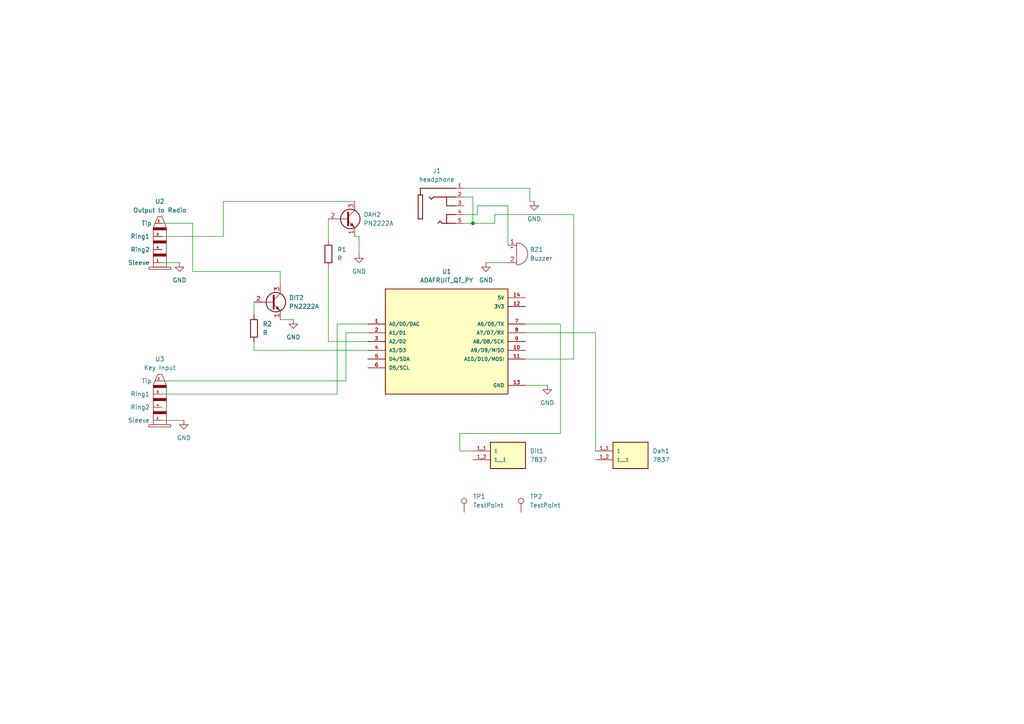
<source format=kicad_sch>
(kicad_sch
	(version 20250114)
	(generator "eeschema")
	(generator_version "9.0")
	(uuid "9e3c2459-39a6-4ad2-bb37-8335f98ba06f")
	(paper "A4")
	(lib_symbols
		(symbol "7837:7837"
			(pin_names
				(offset 1.016)
			)
			(exclude_from_sim no)
			(in_bom yes)
			(on_board yes)
			(property "Reference" "J"
				(at -5.08 3.302 0)
				(effects
					(font
						(size 1.27 1.27)
					)
					(justify left bottom)
				)
			)
			(property "Value" "7837"
				(at -5.08 -7.62 0)
				(effects
					(font
						(size 1.27 1.27)
					)
					(justify left bottom)
				)
			)
			(property "Footprint" "7837:KEYSTONE_7837"
				(at 0 0 0)
				(effects
					(font
						(size 1.27 1.27)
					)
					(justify bottom)
					(hide yes)
				)
			)
			(property "Datasheet" ""
				(at 0 0 0)
				(effects
					(font
						(size 1.27 1.27)
					)
					(hide yes)
				)
			)
			(property "Description" ""
				(at 0 0 0)
				(effects
					(font
						(size 1.27 1.27)
					)
					(hide yes)
				)
			)
			(property "PARTREV" "3.14.19"
				(at 0 0 0)
				(effects
					(font
						(size 1.27 1.27)
					)
					(justify bottom)
					(hide yes)
				)
			)
			(property "MANUFACTURER" "Keystone Electronics"
				(at 0 0 0)
				(effects
					(font
						(size 1.27 1.27)
					)
					(justify bottom)
					(hide yes)
				)
			)
			(property "MAXIMUM_PACKAGE_HEIGHT" "10.7 mm"
				(at 0 0 0)
				(effects
					(font
						(size 1.27 1.27)
					)
					(justify bottom)
					(hide yes)
				)
			)
			(property "STANDARD" "Manufacturer Recommendations"
				(at 0 0 0)
				(effects
					(font
						(size 1.27 1.27)
					)
					(justify bottom)
					(hide yes)
				)
			)
			(symbol "7837_0_0"
				(rectangle
					(start -5.08 -5.08)
					(end 5.08 2.54)
					(stroke
						(width 0.254)
						(type default)
					)
					(fill
						(type background)
					)
				)
				(pin passive line
					(at -10.16 0 0)
					(length 5.08)
					(name "1"
						(effects
							(font
								(size 1.016 1.016)
							)
						)
					)
					(number "1_1"
						(effects
							(font
								(size 1.016 1.016)
							)
						)
					)
				)
				(pin passive line
					(at -10.16 -2.54 0)
					(length 5.08)
					(name "1__1"
						(effects
							(font
								(size 1.016 1.016)
							)
						)
					)
					(number "1_2"
						(effects
							(font
								(size 1.016 1.016)
							)
						)
					)
				)
			)
			(embedded_fonts no)
		)
		(symbol "ADAFRUIT_QT_PY:ADAFRUIT_QT_PY"
			(pin_names
				(offset 1.016)
			)
			(exclude_from_sim no)
			(in_bom yes)
			(on_board yes)
			(property "Reference" "U"
				(at -17.78 16.002 0)
				(effects
					(font
						(size 1.27 1.27)
					)
					(justify left bottom)
				)
			)
			(property "Value" "ADAFRUIT_QT_PY"
				(at -17.78 -17.78 0)
				(effects
					(font
						(size 1.27 1.27)
					)
					(justify left bottom)
				)
			)
			(property "Footprint" "ADAFRUIT_QT_PY:MODULE_ADAFRUIT_QT_PY"
				(at 0 0 0)
				(effects
					(font
						(size 1.27 1.27)
					)
					(justify bottom)
					(hide yes)
				)
			)
			(property "Datasheet" ""
				(at 0 0 0)
				(effects
					(font
						(size 1.27 1.27)
					)
					(hide yes)
				)
			)
			(property "Description" ""
				(at 0 0 0)
				(effects
					(font
						(size 1.27 1.27)
					)
					(hide yes)
				)
			)
			(property "MF" "Adafruit Industries"
				(at 0 0 0)
				(effects
					(font
						(size 1.27 1.27)
					)
					(justify bottom)
					(hide yes)
				)
			)
			(property "MAXIMUM_PACKAGE_HEIGHT" "6.28 mm"
				(at 0 0 0)
				(effects
					(font
						(size 1.27 1.27)
					)
					(justify bottom)
					(hide yes)
				)
			)
			(property "Package" "None"
				(at 0 0 0)
				(effects
					(font
						(size 1.27 1.27)
					)
					(justify bottom)
					(hide yes)
				)
			)
			(property "Price" "None"
				(at 0 0 0)
				(effects
					(font
						(size 1.27 1.27)
					)
					(justify bottom)
					(hide yes)
				)
			)
			(property "Check_prices" "https://www.snapeda.com/parts/Adafruit%20QT%20Py/Adafruit+Industries/view-part/?ref=eda"
				(at 0 0 0)
				(effects
					(font
						(size 1.27 1.27)
					)
					(justify bottom)
					(hide yes)
				)
			)
			(property "STANDARD" "IPC-7351B"
				(at 0 0 0)
				(effects
					(font
						(size 1.27 1.27)
					)
					(justify bottom)
					(hide yes)
				)
			)
			(property "PARTREV" "2022-12-12"
				(at 0 0 0)
				(effects
					(font
						(size 1.27 1.27)
					)
					(justify bottom)
					(hide yes)
				)
			)
			(property "SnapEDA_Link" "https://www.snapeda.com/parts/Adafruit%20QT%20Py/Adafruit+Industries/view-part/?ref=snap"
				(at 0 0 0)
				(effects
					(font
						(size 1.27 1.27)
					)
					(justify bottom)
					(hide yes)
				)
			)
			(property "MP" "Adafruit QT Py"
				(at 0 0 0)
				(effects
					(font
						(size 1.27 1.27)
					)
					(justify bottom)
					(hide yes)
				)
			)
			(property "Description_1" "Castellated Pads - SAMD21 Dev Board with STEMMA QT"
				(at 0 0 0)
				(effects
					(font
						(size 1.27 1.27)
					)
					(justify bottom)
					(hide yes)
				)
			)
			(property "MANUFACTURER" "Adafruit Industries"
				(at 0 0 0)
				(effects
					(font
						(size 1.27 1.27)
					)
					(justify bottom)
					(hide yes)
				)
			)
			(property "Availability" "Not in stock"
				(at 0 0 0)
				(effects
					(font
						(size 1.27 1.27)
					)
					(justify bottom)
					(hide yes)
				)
			)
			(property "SNAPEDA_PN" "Adafruit QT Py"
				(at 0 0 0)
				(effects
					(font
						(size 1.27 1.27)
					)
					(justify bottom)
					(hide yes)
				)
			)
			(symbol "ADAFRUIT_QT_PY_0_0"
				(rectangle
					(start -17.78 -15.24)
					(end 17.78 15.24)
					(stroke
						(width 0.254)
						(type default)
					)
					(fill
						(type background)
					)
				)
				(pin bidirectional line
					(at -22.86 5.08 0)
					(length 5.08)
					(name "A0/D0/DAC"
						(effects
							(font
								(size 1.016 1.016)
							)
						)
					)
					(number "1"
						(effects
							(font
								(size 1.016 1.016)
							)
						)
					)
				)
				(pin bidirectional line
					(at -22.86 2.54 0)
					(length 5.08)
					(name "A1/D1"
						(effects
							(font
								(size 1.016 1.016)
							)
						)
					)
					(number "2"
						(effects
							(font
								(size 1.016 1.016)
							)
						)
					)
				)
				(pin bidirectional line
					(at -22.86 0 0)
					(length 5.08)
					(name "A2/D2"
						(effects
							(font
								(size 1.016 1.016)
							)
						)
					)
					(number "3"
						(effects
							(font
								(size 1.016 1.016)
							)
						)
					)
				)
				(pin bidirectional line
					(at -22.86 -2.54 0)
					(length 5.08)
					(name "A3/D3"
						(effects
							(font
								(size 1.016 1.016)
							)
						)
					)
					(number "4"
						(effects
							(font
								(size 1.016 1.016)
							)
						)
					)
				)
				(pin bidirectional line
					(at -22.86 -5.08 0)
					(length 5.08)
					(name "D4/SDA"
						(effects
							(font
								(size 1.016 1.016)
							)
						)
					)
					(number "5"
						(effects
							(font
								(size 1.016 1.016)
							)
						)
					)
				)
				(pin bidirectional line
					(at -22.86 -7.62 0)
					(length 5.08)
					(name "D5/SCL"
						(effects
							(font
								(size 1.016 1.016)
							)
						)
					)
					(number "6"
						(effects
							(font
								(size 1.016 1.016)
							)
						)
					)
				)
				(pin power_in line
					(at 22.86 12.7 180)
					(length 5.08)
					(name "5V"
						(effects
							(font
								(size 1.016 1.016)
							)
						)
					)
					(number "14"
						(effects
							(font
								(size 1.016 1.016)
							)
						)
					)
				)
				(pin power_in line
					(at 22.86 10.16 180)
					(length 5.08)
					(name "3V3"
						(effects
							(font
								(size 1.016 1.016)
							)
						)
					)
					(number "12"
						(effects
							(font
								(size 1.016 1.016)
							)
						)
					)
				)
				(pin bidirectional line
					(at 22.86 5.08 180)
					(length 5.08)
					(name "A6/D6/TX"
						(effects
							(font
								(size 1.016 1.016)
							)
						)
					)
					(number "7"
						(effects
							(font
								(size 1.016 1.016)
							)
						)
					)
				)
				(pin bidirectional line
					(at 22.86 2.54 180)
					(length 5.08)
					(name "A7/D7/RX"
						(effects
							(font
								(size 1.016 1.016)
							)
						)
					)
					(number "8"
						(effects
							(font
								(size 1.016 1.016)
							)
						)
					)
				)
				(pin bidirectional line
					(at 22.86 0 180)
					(length 5.08)
					(name "A8/D8/SCK"
						(effects
							(font
								(size 1.016 1.016)
							)
						)
					)
					(number "9"
						(effects
							(font
								(size 1.016 1.016)
							)
						)
					)
				)
				(pin bidirectional line
					(at 22.86 -2.54 180)
					(length 5.08)
					(name "A9/D9/MISO"
						(effects
							(font
								(size 1.016 1.016)
							)
						)
					)
					(number "10"
						(effects
							(font
								(size 1.016 1.016)
							)
						)
					)
				)
				(pin bidirectional line
					(at 22.86 -5.08 180)
					(length 5.08)
					(name "A10/D10/MOSI"
						(effects
							(font
								(size 1.016 1.016)
							)
						)
					)
					(number "11"
						(effects
							(font
								(size 1.016 1.016)
							)
						)
					)
				)
				(pin power_in line
					(at 22.86 -12.7 180)
					(length 5.08)
					(name "GND"
						(effects
							(font
								(size 1.016 1.016)
							)
						)
					)
					(number "13"
						(effects
							(font
								(size 1.016 1.016)
							)
						)
					)
				)
			)
			(embedded_fonts no)
		)
		(symbol "Connector:TestPoint"
			(pin_numbers
				(hide yes)
			)
			(pin_names
				(offset 0.762)
				(hide yes)
			)
			(exclude_from_sim no)
			(in_bom yes)
			(on_board yes)
			(property "Reference" "TP"
				(at 0 6.858 0)
				(effects
					(font
						(size 1.27 1.27)
					)
				)
			)
			(property "Value" "TestPoint"
				(at 0 5.08 0)
				(effects
					(font
						(size 1.27 1.27)
					)
				)
			)
			(property "Footprint" ""
				(at 5.08 0 0)
				(effects
					(font
						(size 1.27 1.27)
					)
					(hide yes)
				)
			)
			(property "Datasheet" "~"
				(at 5.08 0 0)
				(effects
					(font
						(size 1.27 1.27)
					)
					(hide yes)
				)
			)
			(property "Description" "test point"
				(at 0 0 0)
				(effects
					(font
						(size 1.27 1.27)
					)
					(hide yes)
				)
			)
			(property "ki_keywords" "test point tp"
				(at 0 0 0)
				(effects
					(font
						(size 1.27 1.27)
					)
					(hide yes)
				)
			)
			(property "ki_fp_filters" "Pin* Test*"
				(at 0 0 0)
				(effects
					(font
						(size 1.27 1.27)
					)
					(hide yes)
				)
			)
			(symbol "TestPoint_0_1"
				(circle
					(center 0 3.302)
					(radius 0.762)
					(stroke
						(width 0)
						(type default)
					)
					(fill
						(type none)
					)
				)
			)
			(symbol "TestPoint_1_1"
				(pin passive line
					(at 0 0 90)
					(length 2.54)
					(name "1"
						(effects
							(font
								(size 1.27 1.27)
							)
						)
					)
					(number "1"
						(effects
							(font
								(size 1.27 1.27)
							)
						)
					)
				)
			)
			(embedded_fonts no)
		)
		(symbol "Device:Buzzer"
			(pin_names
				(offset 0.0254)
				(hide yes)
			)
			(exclude_from_sim no)
			(in_bom yes)
			(on_board yes)
			(property "Reference" "BZ"
				(at 3.81 1.27 0)
				(effects
					(font
						(size 1.27 1.27)
					)
					(justify left)
				)
			)
			(property "Value" "Buzzer"
				(at 3.81 -1.27 0)
				(effects
					(font
						(size 1.27 1.27)
					)
					(justify left)
				)
			)
			(property "Footprint" ""
				(at -0.635 2.54 90)
				(effects
					(font
						(size 1.27 1.27)
					)
					(hide yes)
				)
			)
			(property "Datasheet" "~"
				(at -0.635 2.54 90)
				(effects
					(font
						(size 1.27 1.27)
					)
					(hide yes)
				)
			)
			(property "Description" "Buzzer, polarized"
				(at 0 0 0)
				(effects
					(font
						(size 1.27 1.27)
					)
					(hide yes)
				)
			)
			(property "ki_keywords" "quartz resonator ceramic"
				(at 0 0 0)
				(effects
					(font
						(size 1.27 1.27)
					)
					(hide yes)
				)
			)
			(property "ki_fp_filters" "*Buzzer*"
				(at 0 0 0)
				(effects
					(font
						(size 1.27 1.27)
					)
					(hide yes)
				)
			)
			(symbol "Buzzer_0_1"
				(polyline
					(pts
						(xy -1.651 1.905) (xy -1.143 1.905)
					)
					(stroke
						(width 0)
						(type default)
					)
					(fill
						(type none)
					)
				)
				(polyline
					(pts
						(xy -1.397 2.159) (xy -1.397 1.651)
					)
					(stroke
						(width 0)
						(type default)
					)
					(fill
						(type none)
					)
				)
				(arc
					(start 0 3.175)
					(mid 3.1612 0)
					(end 0 -3.175)
					(stroke
						(width 0)
						(type default)
					)
					(fill
						(type none)
					)
				)
				(polyline
					(pts
						(xy 0 3.175) (xy 0 -3.175)
					)
					(stroke
						(width 0)
						(type default)
					)
					(fill
						(type none)
					)
				)
			)
			(symbol "Buzzer_1_1"
				(pin passive line
					(at -2.54 2.54 0)
					(length 2.54)
					(name "+"
						(effects
							(font
								(size 1.27 1.27)
							)
						)
					)
					(number "1"
						(effects
							(font
								(size 1.27 1.27)
							)
						)
					)
				)
				(pin passive line
					(at -2.54 -2.54 0)
					(length 2.54)
					(name "-"
						(effects
							(font
								(size 1.27 1.27)
							)
						)
					)
					(number "2"
						(effects
							(font
								(size 1.27 1.27)
							)
						)
					)
				)
			)
			(embedded_fonts no)
		)
		(symbol "Device:R"
			(pin_numbers
				(hide yes)
			)
			(pin_names
				(offset 0)
			)
			(exclude_from_sim no)
			(in_bom yes)
			(on_board yes)
			(property "Reference" "R"
				(at 2.032 0 90)
				(effects
					(font
						(size 1.27 1.27)
					)
				)
			)
			(property "Value" "R"
				(at 0 0 90)
				(effects
					(font
						(size 1.27 1.27)
					)
				)
			)
			(property "Footprint" ""
				(at -1.778 0 90)
				(effects
					(font
						(size 1.27 1.27)
					)
					(hide yes)
				)
			)
			(property "Datasheet" "~"
				(at 0 0 0)
				(effects
					(font
						(size 1.27 1.27)
					)
					(hide yes)
				)
			)
			(property "Description" "Resistor"
				(at 0 0 0)
				(effects
					(font
						(size 1.27 1.27)
					)
					(hide yes)
				)
			)
			(property "ki_keywords" "R res resistor"
				(at 0 0 0)
				(effects
					(font
						(size 1.27 1.27)
					)
					(hide yes)
				)
			)
			(property "ki_fp_filters" "R_*"
				(at 0 0 0)
				(effects
					(font
						(size 1.27 1.27)
					)
					(hide yes)
				)
			)
			(symbol "R_0_1"
				(rectangle
					(start -1.016 -2.54)
					(end 1.016 2.54)
					(stroke
						(width 0.254)
						(type default)
					)
					(fill
						(type none)
					)
				)
			)
			(symbol "R_1_1"
				(pin passive line
					(at 0 3.81 270)
					(length 1.27)
					(name "~"
						(effects
							(font
								(size 1.27 1.27)
							)
						)
					)
					(number "1"
						(effects
							(font
								(size 1.27 1.27)
							)
						)
					)
				)
				(pin passive line
					(at 0 -3.81 90)
					(length 1.27)
					(name "~"
						(effects
							(font
								(size 1.27 1.27)
							)
						)
					)
					(number "2"
						(effects
							(font
								(size 1.27 1.27)
							)
						)
					)
				)
			)
			(embedded_fonts no)
		)
		(symbol "PJ-320A_Library:PJ-320A"
			(pin_names
				(offset 1.016)
			)
			(exclude_from_sim no)
			(in_bom yes)
			(on_board yes)
			(property "Reference" "U"
				(at 0 -1.905 0)
				(effects
					(font
						(size 1.27 1.27)
					)
				)
			)
			(property "Value" "PJ-320A"
				(at 0 0 0)
				(effects
					(font
						(size 1.27 1.27)
					)
				)
			)
			(property "Footprint" ""
				(at 0 0 0)
				(effects
					(font
						(size 1.27 1.27)
					)
					(hide yes)
				)
			)
			(property "Datasheet" ""
				(at 0 0 0)
				(effects
					(font
						(size 1.27 1.27)
					)
					(hide yes)
				)
			)
			(property "Description" ""
				(at 0 0 0)
				(effects
					(font
						(size 1.27 1.27)
					)
					(hide yes)
				)
			)
			(symbol "PJ-320A_0_1"
				(rectangle
					(start -3.175 1.27)
					(end 3.175 1.905)
					(stroke
						(width 0)
						(type solid)
					)
					(fill
						(type none)
					)
				)
				(polyline
					(pts
						(xy -1.905 13.335) (xy -0.635 16.51) (xy 0.635 16.51) (xy 1.905 13.335) (xy -1.905 13.335)
					)
					(stroke
						(width 0)
						(type solid)
					)
					(fill
						(type none)
					)
				)
				(rectangle
					(start -1.905 12.7)
					(end 1.905 13.335)
					(stroke
						(width 0)
						(type solid)
					)
					(fill
						(type outline)
					)
				)
				(rectangle
					(start -1.905 9.525)
					(end 1.905 12.7)
					(stroke
						(width 0)
						(type solid)
					)
					(fill
						(type none)
					)
				)
				(rectangle
					(start -1.905 8.89)
					(end 1.905 9.525)
					(stroke
						(width 0)
						(type solid)
					)
					(fill
						(type outline)
					)
				)
				(rectangle
					(start -1.905 5.715)
					(end 1.905 8.89)
					(stroke
						(width 0)
						(type solid)
					)
					(fill
						(type none)
					)
				)
				(rectangle
					(start -1.905 5.08)
					(end 1.905 5.715)
					(stroke
						(width 0)
						(type solid)
					)
					(fill
						(type outline)
					)
				)
				(rectangle
					(start -1.905 1.905)
					(end 1.905 5.08)
					(stroke
						(width 0)
						(type solid)
					)
					(fill
						(type none)
					)
				)
			)
			(symbol "PJ-320A_1_1"
				(pin bidirectional line
					(at 0.635 14.605 180)
					(length 2.0066)
					(name "Tip"
						(effects
							(font
								(size 1.27 1.27)
							)
						)
					)
					(number "2"
						(effects
							(font
								(size 0.6096 0.6096)
							)
						)
					)
				)
				(pin bidirectional line
					(at 0.635 10.795 180)
					(length 2.54)
					(name "Ring1"
						(effects
							(font
								(size 1.27 1.27)
							)
						)
					)
					(number "3"
						(effects
							(font
								(size 0.6096 0.6096)
							)
						)
					)
				)
				(pin bidirectional line
					(at 0.635 6.985 180)
					(length 2.54)
					(name "Ring2"
						(effects
							(font
								(size 1.27 1.27)
							)
						)
					)
					(number "4"
						(effects
							(font
								(size 0.6096 0.6096)
							)
						)
					)
				)
				(pin bidirectional line
					(at 0.635 3.175 180)
					(length 2.54)
					(name "Sleeve"
						(effects
							(font
								(size 1.27 1.27)
							)
						)
					)
					(number "1"
						(effects
							(font
								(size 0.6096 0.6096)
							)
						)
					)
				)
			)
			(embedded_fonts no)
		)
		(symbol "PJ324M:PJ324M"
			(pin_names
				(offset 1.016)
			)
			(exclude_from_sim no)
			(in_bom yes)
			(on_board yes)
			(property "Reference" "J"
				(at -5.08 7.62 0)
				(effects
					(font
						(size 1.27 1.27)
					)
					(justify left bottom)
				)
			)
			(property "Value" "PJ324M"
				(at -5.08 -10.16 0)
				(effects
					(font
						(size 1.27 1.27)
					)
					(justify left bottom)
				)
			)
			(property "Footprint" "PJ324M:WENZHOU_PJ324M"
				(at 0 0 0)
				(effects
					(font
						(size 1.27 1.27)
					)
					(justify bottom)
					(hide yes)
				)
			)
			(property "Datasheet" ""
				(at 0 0 0)
				(effects
					(font
						(size 1.27 1.27)
					)
					(hide yes)
				)
			)
			(property "Description" ""
				(at 0 0 0)
				(effects
					(font
						(size 1.27 1.27)
					)
					(hide yes)
				)
			)
			(property "MF" "Wenzhou QingPu Electronics Co.Ltd"
				(at 0 0 0)
				(effects
					(font
						(size 1.27 1.27)
					)
					(justify bottom)
					(hide yes)
				)
			)
			(property "MAXIMUM_PACKAGE_HEIGHT" "6.3mm"
				(at 0 0 0)
				(effects
					(font
						(size 1.27 1.27)
					)
					(justify bottom)
					(hide yes)
				)
			)
			(property "Package" "Package"
				(at 0 0 0)
				(effects
					(font
						(size 1.27 1.27)
					)
					(justify bottom)
					(hide yes)
				)
			)
			(property "Price" "None"
				(at 0 0 0)
				(effects
					(font
						(size 1.27 1.27)
					)
					(justify bottom)
					(hide yes)
				)
			)
			(property "Check_prices" "https://www.snapeda.com/parts/PJ324M/Wenzhou+QingPu+Electronics+Co.Ltd/view-part/?ref=eda"
				(at 0 0 0)
				(effects
					(font
						(size 1.27 1.27)
					)
					(justify bottom)
					(hide yes)
				)
			)
			(property "STANDARD" "Manufacturer Recommendations"
				(at 0 0 0)
				(effects
					(font
						(size 1.27 1.27)
					)
					(justify bottom)
					(hide yes)
				)
			)
			(property "PARTREV" "N/A"
				(at 0 0 0)
				(effects
					(font
						(size 1.27 1.27)
					)
					(justify bottom)
					(hide yes)
				)
			)
			(property "SnapEDA_Link" "https://www.snapeda.com/parts/PJ324M/Wenzhou+QingPu+Electronics+Co.Ltd/view-part/?ref=snap"
				(at 0 0 0)
				(effects
					(font
						(size 1.27 1.27)
					)
					(justify bottom)
					(hide yes)
				)
			)
			(property "MP" "PJ324M"
				(at 0 0 0)
				(effects
					(font
						(size 1.27 1.27)
					)
					(justify bottom)
					(hide yes)
				)
			)
			(property "Description_1" "Headphone Stereo jack/Audio connector"
				(at 0 0 0)
				(effects
					(font
						(size 1.27 1.27)
					)
					(justify bottom)
					(hide yes)
				)
			)
			(property "Availability" "Not in stock"
				(at 0 0 0)
				(effects
					(font
						(size 1.27 1.27)
					)
					(justify bottom)
					(hide yes)
				)
			)
			(property "MANUFACTURER" "Wenzhou QingPu Electronics"
				(at 0 0 0)
				(effects
					(font
						(size 1.27 1.27)
					)
					(justify bottom)
					(hide yes)
				)
			)
			(symbol "PJ324M_0_0"
				(polyline
					(pts
						(xy -5.715 3.175) (xy -5.08 3.175)
					)
					(stroke
						(width 0.254)
						(type default)
					)
					(fill
						(type none)
					)
				)
				(polyline
					(pts
						(xy -5.715 -3.81) (xy -5.715 3.175)
					)
					(stroke
						(width 0.254)
						(type default)
					)
					(fill
						(type none)
					)
				)
				(polyline
					(pts
						(xy -5.08 5.08) (xy -5.08 3.175)
					)
					(stroke
						(width 0.254)
						(type default)
					)
					(fill
						(type none)
					)
				)
				(polyline
					(pts
						(xy -5.08 3.175) (xy -4.445 3.175)
					)
					(stroke
						(width 0.254)
						(type default)
					)
					(fill
						(type none)
					)
				)
				(polyline
					(pts
						(xy -4.445 3.175) (xy -4.445 -3.81)
					)
					(stroke
						(width 0.254)
						(type default)
					)
					(fill
						(type none)
					)
				)
				(polyline
					(pts
						(xy -4.445 -3.81) (xy -5.715 -3.81)
					)
					(stroke
						(width 0.254)
						(type default)
					)
					(fill
						(type none)
					)
				)
				(polyline
					(pts
						(xy -1.905 1.905) (xy -2.54 2.54)
					)
					(stroke
						(width 0.254)
						(type default)
					)
					(fill
						(type none)
					)
				)
				(polyline
					(pts
						(xy -1.27 2.54) (xy -1.905 1.905)
					)
					(stroke
						(width 0.254)
						(type default)
					)
					(fill
						(type none)
					)
				)
				(polyline
					(pts
						(xy 0.635 -4.445) (xy 0 -5.08)
					)
					(stroke
						(width 0.254)
						(type default)
					)
					(fill
						(type none)
					)
				)
				(polyline
					(pts
						(xy 1.27 -5.08) (xy 0.635 -4.445)
					)
					(stroke
						(width 0.254)
						(type default)
					)
					(fill
						(type none)
					)
				)
				(polyline
					(pts
						(xy 2.54 2.54) (xy -1.27 2.54)
					)
					(stroke
						(width 0.254)
						(type default)
					)
					(fill
						(type none)
					)
				)
				(polyline
					(pts
						(xy 2.54 0) (xy 2.54 2.54)
					)
					(stroke
						(width 0.254)
						(type default)
					)
					(fill
						(type none)
					)
				)
				(polyline
					(pts
						(xy 2.54 -2.54) (xy 2.54 -5.08)
					)
					(stroke
						(width 0.254)
						(type default)
					)
					(fill
						(type none)
					)
				)
				(polyline
					(pts
						(xy 2.54 -5.08) (xy 1.27 -5.08)
					)
					(stroke
						(width 0.254)
						(type default)
					)
					(fill
						(type none)
					)
				)
				(polyline
					(pts
						(xy 5.08 5.08) (xy -5.08 5.08)
					)
					(stroke
						(width 0.254)
						(type default)
					)
					(fill
						(type none)
					)
				)
				(polyline
					(pts
						(xy 5.08 2.54) (xy 2.54 2.54)
					)
					(stroke
						(width 0.254)
						(type default)
					)
					(fill
						(type none)
					)
				)
				(polyline
					(pts
						(xy 5.08 0) (xy 2.54 0)
					)
					(stroke
						(width 0.254)
						(type default)
					)
					(fill
						(type none)
					)
				)
				(polyline
					(pts
						(xy 5.08 -2.54) (xy 2.54 -2.54)
					)
					(stroke
						(width 0.254)
						(type default)
					)
					(fill
						(type none)
					)
				)
				(polyline
					(pts
						(xy 5.08 -5.08) (xy 2.54 -5.08)
					)
					(stroke
						(width 0.254)
						(type default)
					)
					(fill
						(type none)
					)
				)
				(pin passive line
					(at 7.62 5.08 180)
					(length 2.54)
					(name "~"
						(effects
							(font
								(size 1.016 1.016)
							)
						)
					)
					(number "1"
						(effects
							(font
								(size 1.016 1.016)
							)
						)
					)
				)
				(pin passive line
					(at 7.62 2.54 180)
					(length 2.54)
					(name "~"
						(effects
							(font
								(size 1.016 1.016)
							)
						)
					)
					(number "2"
						(effects
							(font
								(size 1.016 1.016)
							)
						)
					)
				)
				(pin passive line
					(at 7.62 0 180)
					(length 2.54)
					(name "~"
						(effects
							(font
								(size 1.016 1.016)
							)
						)
					)
					(number "3"
						(effects
							(font
								(size 1.016 1.016)
							)
						)
					)
				)
				(pin passive line
					(at 7.62 -2.54 180)
					(length 2.54)
					(name "~"
						(effects
							(font
								(size 1.016 1.016)
							)
						)
					)
					(number "4"
						(effects
							(font
								(size 1.016 1.016)
							)
						)
					)
				)
				(pin passive line
					(at 7.62 -5.08 180)
					(length 2.54)
					(name "~"
						(effects
							(font
								(size 1.016 1.016)
							)
						)
					)
					(number "5"
						(effects
							(font
								(size 1.016 1.016)
							)
						)
					)
				)
			)
			(embedded_fonts no)
		)
		(symbol "Transistor_BJT:PN2222A"
			(pin_names
				(offset 0)
				(hide yes)
			)
			(exclude_from_sim no)
			(in_bom yes)
			(on_board yes)
			(property "Reference" "Q"
				(at 5.08 1.905 0)
				(effects
					(font
						(size 1.27 1.27)
					)
					(justify left)
				)
			)
			(property "Value" "PN2222A"
				(at 5.08 0 0)
				(effects
					(font
						(size 1.27 1.27)
					)
					(justify left)
				)
			)
			(property "Footprint" "Package_TO_SOT_THT:TO-92_Inline"
				(at 5.08 -1.905 0)
				(effects
					(font
						(size 1.27 1.27)
						(italic yes)
					)
					(justify left)
					(hide yes)
				)
			)
			(property "Datasheet" "https://www.onsemi.com/pub/Collateral/PN2222-D.PDF"
				(at 0 0 0)
				(effects
					(font
						(size 1.27 1.27)
					)
					(justify left)
					(hide yes)
				)
			)
			(property "Description" "1A Ic, 40V Vce, NPN Transistor, General Purpose Transistor, TO-92"
				(at 0 0 0)
				(effects
					(font
						(size 1.27 1.27)
					)
					(hide yes)
				)
			)
			(property "ki_keywords" "NPN Transistor"
				(at 0 0 0)
				(effects
					(font
						(size 1.27 1.27)
					)
					(hide yes)
				)
			)
			(property "ki_fp_filters" "TO?92*"
				(at 0 0 0)
				(effects
					(font
						(size 1.27 1.27)
					)
					(hide yes)
				)
			)
			(symbol "PN2222A_0_1"
				(polyline
					(pts
						(xy -2.54 0) (xy 0.635 0)
					)
					(stroke
						(width 0)
						(type default)
					)
					(fill
						(type none)
					)
				)
				(polyline
					(pts
						(xy 0.635 1.905) (xy 0.635 -1.905)
					)
					(stroke
						(width 0.508)
						(type default)
					)
					(fill
						(type none)
					)
				)
				(circle
					(center 1.27 0)
					(radius 2.8194)
					(stroke
						(width 0.254)
						(type default)
					)
					(fill
						(type none)
					)
				)
			)
			(symbol "PN2222A_1_1"
				(polyline
					(pts
						(xy 0.635 0.635) (xy 2.54 2.54)
					)
					(stroke
						(width 0)
						(type default)
					)
					(fill
						(type none)
					)
				)
				(polyline
					(pts
						(xy 0.635 -0.635) (xy 2.54 -2.54)
					)
					(stroke
						(width 0)
						(type default)
					)
					(fill
						(type none)
					)
				)
				(polyline
					(pts
						(xy 1.27 -1.778) (xy 1.778 -1.27) (xy 2.286 -2.286) (xy 1.27 -1.778)
					)
					(stroke
						(width 0)
						(type default)
					)
					(fill
						(type outline)
					)
				)
				(pin input line
					(at -5.08 0 0)
					(length 2.54)
					(name "B"
						(effects
							(font
								(size 1.27 1.27)
							)
						)
					)
					(number "2"
						(effects
							(font
								(size 1.27 1.27)
							)
						)
					)
				)
				(pin passive line
					(at 2.54 5.08 270)
					(length 2.54)
					(name "C"
						(effects
							(font
								(size 1.27 1.27)
							)
						)
					)
					(number "3"
						(effects
							(font
								(size 1.27 1.27)
							)
						)
					)
				)
				(pin passive line
					(at 2.54 -5.08 90)
					(length 2.54)
					(name "E"
						(effects
							(font
								(size 1.27 1.27)
							)
						)
					)
					(number "1"
						(effects
							(font
								(size 1.27 1.27)
							)
						)
					)
				)
			)
			(embedded_fonts no)
		)
		(symbol "power:GND"
			(power)
			(pin_numbers
				(hide yes)
			)
			(pin_names
				(offset 0)
				(hide yes)
			)
			(exclude_from_sim no)
			(in_bom yes)
			(on_board yes)
			(property "Reference" "#PWR"
				(at 0 -6.35 0)
				(effects
					(font
						(size 1.27 1.27)
					)
					(hide yes)
				)
			)
			(property "Value" "GND"
				(at 0 -3.81 0)
				(effects
					(font
						(size 1.27 1.27)
					)
				)
			)
			(property "Footprint" ""
				(at 0 0 0)
				(effects
					(font
						(size 1.27 1.27)
					)
					(hide yes)
				)
			)
			(property "Datasheet" ""
				(at 0 0 0)
				(effects
					(font
						(size 1.27 1.27)
					)
					(hide yes)
				)
			)
			(property "Description" "Power symbol creates a global label with name \"GND\" , ground"
				(at 0 0 0)
				(effects
					(font
						(size 1.27 1.27)
					)
					(hide yes)
				)
			)
			(property "ki_keywords" "global power"
				(at 0 0 0)
				(effects
					(font
						(size 1.27 1.27)
					)
					(hide yes)
				)
			)
			(symbol "GND_0_1"
				(polyline
					(pts
						(xy 0 0) (xy 0 -1.27) (xy 1.27 -1.27) (xy 0 -2.54) (xy -1.27 -1.27) (xy 0 -1.27)
					)
					(stroke
						(width 0)
						(type default)
					)
					(fill
						(type none)
					)
				)
			)
			(symbol "GND_1_1"
				(pin power_in line
					(at 0 0 270)
					(length 0)
					(name "~"
						(effects
							(font
								(size 1.27 1.27)
							)
						)
					)
					(number "1"
						(effects
							(font
								(size 1.27 1.27)
							)
						)
					)
				)
			)
			(embedded_fonts no)
		)
	)
	(junction
		(at 137.16 64.77)
		(diameter 0)
		(color 0 0 0 0)
		(uuid "9504fc21-25d6-436f-89fa-176a7ace8d08")
	)
	(wire
		(pts
			(xy 73.66 99.06) (xy 73.66 101.6)
		)
		(stroke
			(width 0)
			(type default)
		)
		(uuid "03887454-0196-4064-8ce1-200caed2aca8")
	)
	(wire
		(pts
			(xy 143.51 64.77) (xy 137.16 64.77)
		)
		(stroke
			(width 0)
			(type default)
		)
		(uuid "064b4bc2-6110-4350-8fae-50d14b093e5c")
	)
	(wire
		(pts
			(xy 73.66 87.63) (xy 73.66 91.44)
		)
		(stroke
			(width 0)
			(type default)
		)
		(uuid "08828383-9711-4ff7-8602-778c95f08b63")
	)
	(wire
		(pts
			(xy 162.56 93.98) (xy 162.56 125.73)
		)
		(stroke
			(width 0)
			(type default)
		)
		(uuid "091b8760-1a93-42af-8c03-d8e835951483")
	)
	(wire
		(pts
			(xy 46.99 76.2) (xy 52.07 76.2)
		)
		(stroke
			(width 0)
			(type default)
		)
		(uuid "09a0563e-ee56-4cfb-a3e3-0dea13b2dd4b")
	)
	(wire
		(pts
			(xy 46.99 114.3) (xy 97.79 114.3)
		)
		(stroke
			(width 0)
			(type default)
		)
		(uuid "0c37b2b0-c344-413b-a069-851dac399420")
	)
	(wire
		(pts
			(xy 100.33 96.52) (xy 100.33 110.49)
		)
		(stroke
			(width 0)
			(type default)
		)
		(uuid "17f16c01-b0d9-4746-bdce-501aae7d07dd")
	)
	(wire
		(pts
			(xy 55.88 78.74) (xy 81.28 78.74)
		)
		(stroke
			(width 0)
			(type default)
		)
		(uuid "18109a70-0b22-4de7-9ebd-2ea4e983fa57")
	)
	(wire
		(pts
			(xy 46.99 64.77) (xy 55.88 64.77)
		)
		(stroke
			(width 0)
			(type default)
		)
		(uuid "2561f10d-0d4b-48cb-b3ac-6738ccdcadd6")
	)
	(wire
		(pts
			(xy 138.43 59.69) (xy 138.43 62.23)
		)
		(stroke
			(width 0)
			(type default)
		)
		(uuid "4f182a5d-8823-49a2-a974-d46aac5bbfa1")
	)
	(wire
		(pts
			(xy 152.4 111.76) (xy 158.75 111.76)
		)
		(stroke
			(width 0)
			(type default)
		)
		(uuid "57e9293f-fa42-49c6-a0fa-6d84afe8a54d")
	)
	(wire
		(pts
			(xy 134.62 57.15) (xy 137.16 57.15)
		)
		(stroke
			(width 0)
			(type default)
		)
		(uuid "5da9a5ad-e99a-4587-aacb-1584e9549bc8")
	)
	(wire
		(pts
			(xy 133.35 125.73) (xy 133.35 130.81)
		)
		(stroke
			(width 0)
			(type default)
		)
		(uuid "6012be12-2a87-496d-87df-b72e6271a236")
	)
	(wire
		(pts
			(xy 81.28 92.71) (xy 85.09 92.71)
		)
		(stroke
			(width 0)
			(type default)
		)
		(uuid "6308124d-90f5-499f-83cb-9927077b2df6")
	)
	(wire
		(pts
			(xy 104.14 73.66) (xy 104.14 68.58)
		)
		(stroke
			(width 0)
			(type default)
		)
		(uuid "644531f4-784b-44bc-bf59-96873523303a")
	)
	(wire
		(pts
			(xy 152.4 104.14) (xy 166.37 104.14)
		)
		(stroke
			(width 0)
			(type default)
		)
		(uuid "66f83d68-7113-4277-89ae-3bd14d9431bd")
	)
	(wire
		(pts
			(xy 140.97 76.2) (xy 147.32 76.2)
		)
		(stroke
			(width 0)
			(type default)
		)
		(uuid "67cf3089-5904-4802-adac-990fe5e9e374")
	)
	(wire
		(pts
			(xy 172.72 96.52) (xy 172.72 130.81)
		)
		(stroke
			(width 0)
			(type default)
		)
		(uuid "6d0f33cc-9cbc-43c2-a6a1-66ad4a310175")
	)
	(wire
		(pts
			(xy 137.16 57.15) (xy 137.16 64.77)
		)
		(stroke
			(width 0)
			(type default)
		)
		(uuid "6e11f34d-f495-43cc-916c-21d6aee0b020")
	)
	(wire
		(pts
			(xy 64.77 68.58) (xy 46.99 68.58)
		)
		(stroke
			(width 0)
			(type default)
		)
		(uuid "730979dc-21e4-4426-852e-beac5bed8d03")
	)
	(wire
		(pts
			(xy 55.88 64.77) (xy 55.88 78.74)
		)
		(stroke
			(width 0)
			(type default)
		)
		(uuid "7aa1d275-1642-4041-a1ff-33ffad97f7c7")
	)
	(wire
		(pts
			(xy 152.4 93.98) (xy 162.56 93.98)
		)
		(stroke
			(width 0)
			(type default)
		)
		(uuid "7b2d8342-b081-4faf-bd8e-a6ad19ae8ff4")
	)
	(wire
		(pts
			(xy 95.25 63.5) (xy 95.25 69.85)
		)
		(stroke
			(width 0)
			(type default)
		)
		(uuid "7ff48992-0aef-4d4e-ada9-72361186f502")
	)
	(wire
		(pts
			(xy 46.99 110.49) (xy 100.33 110.49)
		)
		(stroke
			(width 0)
			(type default)
		)
		(uuid "824e0db3-7938-476e-9493-8f60abc848ed")
	)
	(wire
		(pts
			(xy 106.68 99.06) (xy 95.25 99.06)
		)
		(stroke
			(width 0)
			(type default)
		)
		(uuid "82d0bf78-970e-45c1-9245-c4b19f774db0")
	)
	(wire
		(pts
			(xy 138.43 62.23) (xy 134.62 62.23)
		)
		(stroke
			(width 0)
			(type default)
		)
		(uuid "831990ac-14f1-4b4e-aae4-40765121ace7")
	)
	(wire
		(pts
			(xy 106.68 96.52) (xy 100.33 96.52)
		)
		(stroke
			(width 0)
			(type default)
		)
		(uuid "867100fe-87ad-4702-9791-d4876742bb6e")
	)
	(wire
		(pts
			(xy 46.99 121.92) (xy 53.34 121.92)
		)
		(stroke
			(width 0)
			(type default)
		)
		(uuid "90622e7d-9fd4-49f2-acc7-8ef909b994b1")
	)
	(wire
		(pts
			(xy 64.77 58.42) (xy 64.77 68.58)
		)
		(stroke
			(width 0)
			(type default)
		)
		(uuid "9374c919-cfbc-408d-a2b0-b52c83b0ead3")
	)
	(wire
		(pts
			(xy 153.67 58.42) (xy 153.67 54.61)
		)
		(stroke
			(width 0)
			(type default)
		)
		(uuid "97cf63c3-07aa-40ac-b430-97669b26e8db")
	)
	(wire
		(pts
			(xy 81.28 78.74) (xy 81.28 82.55)
		)
		(stroke
			(width 0)
			(type default)
		)
		(uuid "a0719b2a-38ee-474f-ad98-cce2b2ec6742")
	)
	(wire
		(pts
			(xy 134.62 54.61) (xy 153.67 54.61)
		)
		(stroke
			(width 0)
			(type default)
		)
		(uuid "a6acf55d-76f6-40e8-8c07-44909508864d")
	)
	(wire
		(pts
			(xy 147.32 71.12) (xy 147.32 59.69)
		)
		(stroke
			(width 0)
			(type default)
		)
		(uuid "b5430f01-a658-48ff-9348-4967669d5f08")
	)
	(wire
		(pts
			(xy 152.4 96.52) (xy 172.72 96.52)
		)
		(stroke
			(width 0)
			(type default)
		)
		(uuid "b73c0dbc-688e-44db-be25-6eb88bcc62fe")
	)
	(wire
		(pts
			(xy 153.67 58.42) (xy 154.94 58.42)
		)
		(stroke
			(width 0)
			(type default)
		)
		(uuid "bd478279-4aa2-4dad-9e20-374735a481f5")
	)
	(wire
		(pts
			(xy 73.66 101.6) (xy 106.68 101.6)
		)
		(stroke
			(width 0)
			(type default)
		)
		(uuid "c22d9528-a0d2-432c-ae3e-f8bf8c40485c")
	)
	(wire
		(pts
			(xy 64.77 58.42) (xy 102.87 58.42)
		)
		(stroke
			(width 0)
			(type default)
		)
		(uuid "c83e8865-99b2-4971-8143-7069a1958345")
	)
	(wire
		(pts
			(xy 162.56 125.73) (xy 133.35 125.73)
		)
		(stroke
			(width 0)
			(type default)
		)
		(uuid "d43d950c-4cfb-4871-8824-7f12a0c40fa2")
	)
	(wire
		(pts
			(xy 166.37 62.23) (xy 143.51 62.23)
		)
		(stroke
			(width 0)
			(type default)
		)
		(uuid "dc6d06d1-c15d-4752-bf97-72a1880f188f")
	)
	(wire
		(pts
			(xy 104.14 68.58) (xy 102.87 68.58)
		)
		(stroke
			(width 0)
			(type default)
		)
		(uuid "de3c8b34-3bc1-400c-8014-5d07d577fdaf")
	)
	(wire
		(pts
			(xy 106.68 93.98) (xy 97.79 93.98)
		)
		(stroke
			(width 0)
			(type default)
		)
		(uuid "df2777b9-7c72-47dc-a48b-2dd38d1e5ab8")
	)
	(wire
		(pts
			(xy 133.35 130.81) (xy 137.16 130.81)
		)
		(stroke
			(width 0)
			(type default)
		)
		(uuid "e4c0ca51-8669-4e8d-869f-7dfd8a9b946e")
	)
	(wire
		(pts
			(xy 95.25 77.47) (xy 95.25 99.06)
		)
		(stroke
			(width 0)
			(type default)
		)
		(uuid "e7c80c7a-0ef9-4733-8c94-7747001dc819")
	)
	(wire
		(pts
			(xy 97.79 93.98) (xy 97.79 114.3)
		)
		(stroke
			(width 0)
			(type default)
		)
		(uuid "ea94a048-1a74-4b86-9585-fe69880fbfc2")
	)
	(wire
		(pts
			(xy 137.16 64.77) (xy 134.62 64.77)
		)
		(stroke
			(width 0)
			(type default)
		)
		(uuid "ebba7a20-9cd7-4904-9fb2-543275fb32ec")
	)
	(wire
		(pts
			(xy 143.51 62.23) (xy 143.51 64.77)
		)
		(stroke
			(width 0)
			(type default)
		)
		(uuid "ec87e371-c6ff-47fd-a1ee-6452195cb25c")
	)
	(wire
		(pts
			(xy 166.37 104.14) (xy 166.37 62.23)
		)
		(stroke
			(width 0)
			(type default)
		)
		(uuid "ee879a94-86a9-4323-a394-f96a20d6177d")
	)
	(wire
		(pts
			(xy 147.32 59.69) (xy 138.43 59.69)
		)
		(stroke
			(width 0)
			(type default)
		)
		(uuid "eea48a81-910f-4e75-8c5c-cbfcd0dcbeff")
	)
	(symbol
		(lib_id "power:GND")
		(at 104.14 73.66 0)
		(unit 1)
		(exclude_from_sim no)
		(in_bom yes)
		(on_board yes)
		(dnp no)
		(fields_autoplaced yes)
		(uuid "177251fb-68c8-4cbe-9600-668b207a28ae")
		(property "Reference" "#PWR05"
			(at 104.14 80.01 0)
			(effects
				(font
					(size 1.27 1.27)
				)
				(hide yes)
			)
		)
		(property "Value" "GND"
			(at 104.14 78.74 0)
			(effects
				(font
					(size 1.27 1.27)
				)
			)
		)
		(property "Footprint" ""
			(at 104.14 73.66 0)
			(effects
				(font
					(size 1.27 1.27)
				)
				(hide yes)
			)
		)
		(property "Datasheet" ""
			(at 104.14 73.66 0)
			(effects
				(font
					(size 1.27 1.27)
				)
				(hide yes)
			)
		)
		(property "Description" "Power symbol creates a global label with name \"GND\" , ground"
			(at 104.14 73.66 0)
			(effects
				(font
					(size 1.27 1.27)
				)
				(hide yes)
			)
		)
		(pin "1"
			(uuid "c67c30bf-bd6b-4dd2-89fd-d012c8dbcadf")
		)
		(instances
			(project ""
				(path "/9e3c2459-39a6-4ad2-bb37-8335f98ba06f"
					(reference "#PWR05")
					(unit 1)
				)
			)
		)
	)
	(symbol
		(lib_id "power:GND")
		(at 53.34 121.92 0)
		(unit 1)
		(exclude_from_sim no)
		(in_bom yes)
		(on_board yes)
		(dnp no)
		(fields_autoplaced yes)
		(uuid "25bd6b24-0bac-41fc-9253-39565128eb2f")
		(property "Reference" "#PWR07"
			(at 53.34 128.27 0)
			(effects
				(font
					(size 1.27 1.27)
				)
				(hide yes)
			)
		)
		(property "Value" "GND"
			(at 53.34 127 0)
			(effects
				(font
					(size 1.27 1.27)
				)
			)
		)
		(property "Footprint" ""
			(at 53.34 121.92 0)
			(effects
				(font
					(size 1.27 1.27)
				)
				(hide yes)
			)
		)
		(property "Datasheet" ""
			(at 53.34 121.92 0)
			(effects
				(font
					(size 1.27 1.27)
				)
				(hide yes)
			)
		)
		(property "Description" "Power symbol creates a global label with name \"GND\" , ground"
			(at 53.34 121.92 0)
			(effects
				(font
					(size 1.27 1.27)
				)
				(hide yes)
			)
		)
		(pin "1"
			(uuid "ebe0f00a-7cd8-4dd8-9c83-19b95b827531")
		)
		(instances
			(project ""
				(path "/9e3c2459-39a6-4ad2-bb37-8335f98ba06f"
					(reference "#PWR07")
					(unit 1)
				)
			)
		)
	)
	(symbol
		(lib_id "ADAFRUIT_QT_PY:ADAFRUIT_QT_PY")
		(at 129.54 99.06 0)
		(unit 1)
		(exclude_from_sim no)
		(in_bom yes)
		(on_board yes)
		(dnp no)
		(fields_autoplaced yes)
		(uuid "2714c45b-2157-4b96-8e95-0d6695023fae")
		(property "Reference" "U1"
			(at 129.54 78.74 0)
			(effects
				(font
					(size 1.27 1.27)
				)
			)
		)
		(property "Value" "ADAFRUIT_QT_PY"
			(at 129.54 81.28 0)
			(effects
				(font
					(size 1.27 1.27)
				)
			)
		)
		(property "Footprint" "Module:MODULE_ADAFRUIT_QT_PY"
			(at 129.54 99.06 0)
			(effects
				(font
					(size 1.27 1.27)
				)
				(justify bottom)
				(hide yes)
			)
		)
		(property "Datasheet" ""
			(at 129.54 99.06 0)
			(effects
				(font
					(size 1.27 1.27)
				)
				(hide yes)
			)
		)
		(property "Description" ""
			(at 129.54 99.06 0)
			(effects
				(font
					(size 1.27 1.27)
				)
				(hide yes)
			)
		)
		(property "MF" "Adafruit Industries"
			(at 129.54 99.06 0)
			(effects
				(font
					(size 1.27 1.27)
				)
				(justify bottom)
				(hide yes)
			)
		)
		(property "MAXIMUM_PACKAGE_HEIGHT" "6.28 mm"
			(at 129.54 99.06 0)
			(effects
				(font
					(size 1.27 1.27)
				)
				(justify bottom)
				(hide yes)
			)
		)
		(property "Package" "None"
			(at 129.54 99.06 0)
			(effects
				(font
					(size 1.27 1.27)
				)
				(justify bottom)
				(hide yes)
			)
		)
		(property "Price" "None"
			(at 129.54 99.06 0)
			(effects
				(font
					(size 1.27 1.27)
				)
				(justify bottom)
				(hide yes)
			)
		)
		(property "Check_prices" "https://www.snapeda.com/parts/Adafruit%20QT%20Py/Adafruit+Industries/view-part/?ref=eda"
			(at 129.54 99.06 0)
			(effects
				(font
					(size 1.27 1.27)
				)
				(justify bottom)
				(hide yes)
			)
		)
		(property "STANDARD" "IPC-7351B"
			(at 129.54 99.06 0)
			(effects
				(font
					(size 1.27 1.27)
				)
				(justify bottom)
				(hide yes)
			)
		)
		(property "PARTREV" "2022-12-12"
			(at 129.54 99.06 0)
			(effects
				(font
					(size 1.27 1.27)
				)
				(justify bottom)
				(hide yes)
			)
		)
		(property "SnapEDA_Link" "https://www.snapeda.com/parts/Adafruit%20QT%20Py/Adafruit+Industries/view-part/?ref=snap"
			(at 129.54 99.06 0)
			(effects
				(font
					(size 1.27 1.27)
				)
				(justify bottom)
				(hide yes)
			)
		)
		(property "MP" "Adafruit QT Py"
			(at 129.54 99.06 0)
			(effects
				(font
					(size 1.27 1.27)
				)
				(justify bottom)
				(hide yes)
			)
		)
		(property "Description_1" "Castellated Pads - SAMD21 Dev Board with STEMMA QT"
			(at 129.54 99.06 0)
			(effects
				(font
					(size 1.27 1.27)
				)
				(justify bottom)
				(hide yes)
			)
		)
		(property "MANUFACTURER" "Adafruit Industries"
			(at 129.54 99.06 0)
			(effects
				(font
					(size 1.27 1.27)
				)
				(justify bottom)
				(hide yes)
			)
		)
		(property "Availability" "Not in stock"
			(at 129.54 99.06 0)
			(effects
				(font
					(size 1.27 1.27)
				)
				(justify bottom)
				(hide yes)
			)
		)
		(property "SNAPEDA_PN" "Adafruit QT Py"
			(at 129.54 99.06 0)
			(effects
				(font
					(size 1.27 1.27)
				)
				(justify bottom)
				(hide yes)
			)
		)
		(pin "5"
			(uuid "f8d7d50f-5475-4acb-be34-bbb190768987")
		)
		(pin "4"
			(uuid "27e48df4-4d8d-4e0e-8b1e-0369cba84d1d")
		)
		(pin "13"
			(uuid "6e796114-19c9-4a50-a52d-0f0c1b041575")
		)
		(pin "12"
			(uuid "9f996be5-2529-4c51-870a-145c6424bae1")
		)
		(pin "6"
			(uuid "6ecef5f8-813c-43ca-8190-95797b40ef8a")
		)
		(pin "8"
			(uuid "b99c872a-b228-4e9a-8df5-3a1469d92503")
		)
		(pin "2"
			(uuid "c35f85ad-5079-4ef8-95bd-a5ebb0986733")
		)
		(pin "1"
			(uuid "31c2338a-86d9-42f1-9c21-28336073d366")
		)
		(pin "3"
			(uuid "40126905-b020-48e7-ad60-2ed9aa55eb60")
		)
		(pin "7"
			(uuid "40d0ce40-2c19-4b9f-aa3f-fb7f5ca2c3e7")
		)
		(pin "9"
			(uuid "207a838c-e81b-4838-8aca-8744a3556b2e")
		)
		(pin "14"
			(uuid "e0507341-633b-479f-972c-c0147a2407f7")
		)
		(pin "10"
			(uuid "f67b7fcf-640b-433d-afc9-0b33b705a11f")
		)
		(pin "11"
			(uuid "4dc1e659-fd3e-480e-b3c4-bc8964e7ccda")
		)
		(instances
			(project ""
				(path "/9e3c2459-39a6-4ad2-bb37-8335f98ba06f"
					(reference "U1")
					(unit 1)
				)
			)
		)
	)
	(symbol
		(lib_id "Transistor_BJT:PN2222A")
		(at 100.33 63.5 0)
		(unit 1)
		(exclude_from_sim no)
		(in_bom yes)
		(on_board yes)
		(dnp no)
		(fields_autoplaced yes)
		(uuid "31d697b7-ad4a-4b9b-a168-550081a2261f")
		(property "Reference" "DAH2"
			(at 105.41 62.2299 0)
			(effects
				(font
					(size 1.27 1.27)
				)
				(justify left)
			)
		)
		(property "Value" "PN2222A"
			(at 105.41 64.7699 0)
			(effects
				(font
					(size 1.27 1.27)
				)
				(justify left)
			)
		)
		(property "Footprint" "Package_TO_SOT_THT:TO-92_Inline"
			(at 105.41 65.405 0)
			(effects
				(font
					(size 1.27 1.27)
					(italic yes)
				)
				(justify left)
				(hide yes)
			)
		)
		(property "Datasheet" "https://www.onsemi.com/pub/Collateral/PN2222-D.PDF"
			(at 100.33 63.5 0)
			(effects
				(font
					(size 1.27 1.27)
				)
				(justify left)
				(hide yes)
			)
		)
		(property "Description" "1A Ic, 40V Vce, NPN Transistor, General Purpose Transistor, TO-92"
			(at 100.33 63.5 0)
			(effects
				(font
					(size 1.27 1.27)
				)
				(hide yes)
			)
		)
		(pin "2"
			(uuid "1a8995b4-cb9f-4a7f-aac8-42f252810ae9")
		)
		(pin "1"
			(uuid "bdb6e428-2dbb-49f6-916c-9b1a3eb67ac9")
		)
		(pin "3"
			(uuid "2ce1e642-8ada-4f75-956a-c95b27efda46")
		)
		(instances
			(project ""
				(path "/9e3c2459-39a6-4ad2-bb37-8335f98ba06f"
					(reference "DAH2")
					(unit 1)
				)
			)
		)
	)
	(symbol
		(lib_id "Connector:TestPoint")
		(at 134.62 148.59 0)
		(unit 1)
		(exclude_from_sim no)
		(in_bom yes)
		(on_board yes)
		(dnp no)
		(fields_autoplaced yes)
		(uuid "3bca0308-f1f0-4444-8749-073ba4997fff")
		(property "Reference" "TP1"
			(at 137.16 144.0179 0)
			(effects
				(font
					(size 1.27 1.27)
				)
				(justify left)
			)
		)
		(property "Value" "TestPoint"
			(at 137.16 146.5579 0)
			(effects
				(font
					(size 1.27 1.27)
				)
				(justify left)
			)
		)
		(property "Footprint" "TestPoint:TestPoint_Pad_D4.0mm"
			(at 139.7 148.59 0)
			(effects
				(font
					(size 1.27 1.27)
				)
				(hide yes)
			)
		)
		(property "Datasheet" "~"
			(at 139.7 148.59 0)
			(effects
				(font
					(size 1.27 1.27)
				)
				(hide yes)
			)
		)
		(property "Description" "test point"
			(at 134.62 148.59 0)
			(effects
				(font
					(size 1.27 1.27)
				)
				(hide yes)
			)
		)
		(pin "1"
			(uuid "2bf57749-6082-4734-b1d4-9d6b965d96b6")
		)
		(instances
			(project ""
				(path "/9e3c2459-39a6-4ad2-bb37-8335f98ba06f"
					(reference "TP1")
					(unit 1)
				)
			)
		)
	)
	(symbol
		(lib_id "Transistor_BJT:PN2222A")
		(at 78.74 87.63 0)
		(unit 1)
		(exclude_from_sim no)
		(in_bom yes)
		(on_board yes)
		(dnp no)
		(fields_autoplaced yes)
		(uuid "3fa526b1-1076-4843-85b6-f45908f74100")
		(property "Reference" "DIT2"
			(at 83.82 86.3599 0)
			(effects
				(font
					(size 1.27 1.27)
				)
				(justify left)
			)
		)
		(property "Value" "PN2222A"
			(at 83.82 88.8999 0)
			(effects
				(font
					(size 1.27 1.27)
				)
				(justify left)
			)
		)
		(property "Footprint" "Package_TO_SOT_THT:TO-92_Inline"
			(at 83.82 89.535 0)
			(effects
				(font
					(size 1.27 1.27)
					(italic yes)
				)
				(justify left)
				(hide yes)
			)
		)
		(property "Datasheet" "https://www.onsemi.com/pub/Collateral/PN2222-D.PDF"
			(at 78.74 87.63 0)
			(effects
				(font
					(size 1.27 1.27)
				)
				(justify left)
				(hide yes)
			)
		)
		(property "Description" "1A Ic, 40V Vce, NPN Transistor, General Purpose Transistor, TO-92"
			(at 78.74 87.63 0)
			(effects
				(font
					(size 1.27 1.27)
				)
				(hide yes)
			)
		)
		(pin "3"
			(uuid "e3aac69a-4056-4e1d-99ed-f83ab4073027")
		)
		(pin "1"
			(uuid "11bf108e-c2df-44ee-bd81-3bbd011f04bb")
		)
		(pin "2"
			(uuid "e3188e78-74cd-4b00-af3e-720cbaea8977")
		)
		(instances
			(project ""
				(path "/9e3c2459-39a6-4ad2-bb37-8335f98ba06f"
					(reference "DIT2")
					(unit 1)
				)
			)
		)
	)
	(symbol
		(lib_id "power:GND")
		(at 158.75 111.76 0)
		(unit 1)
		(exclude_from_sim no)
		(in_bom yes)
		(on_board yes)
		(dnp no)
		(fields_autoplaced yes)
		(uuid "49b69bc6-b403-44a8-b0a6-83776caefc21")
		(property "Reference" "#PWR01"
			(at 158.75 118.11 0)
			(effects
				(font
					(size 1.27 1.27)
				)
				(hide yes)
			)
		)
		(property "Value" "GND"
			(at 158.75 116.84 0)
			(effects
				(font
					(size 1.27 1.27)
				)
			)
		)
		(property "Footprint" ""
			(at 158.75 111.76 0)
			(effects
				(font
					(size 1.27 1.27)
				)
				(hide yes)
			)
		)
		(property "Datasheet" ""
			(at 158.75 111.76 0)
			(effects
				(font
					(size 1.27 1.27)
				)
				(hide yes)
			)
		)
		(property "Description" "Power symbol creates a global label with name \"GND\" , ground"
			(at 158.75 111.76 0)
			(effects
				(font
					(size 1.27 1.27)
				)
				(hide yes)
			)
		)
		(pin "1"
			(uuid "1ee34cf0-6989-4b3e-a67a-41b5a21144da")
		)
		(instances
			(project ""
				(path "/9e3c2459-39a6-4ad2-bb37-8335f98ba06f"
					(reference "#PWR01")
					(unit 1)
				)
			)
		)
	)
	(symbol
		(lib_id "Device:R")
		(at 73.66 95.25 0)
		(unit 1)
		(exclude_from_sim no)
		(in_bom yes)
		(on_board yes)
		(dnp no)
		(fields_autoplaced yes)
		(uuid "4a3259c7-1b6d-4c26-80c8-602310aa40b0")
		(property "Reference" "R2"
			(at 76.2 93.9799 0)
			(effects
				(font
					(size 1.27 1.27)
				)
				(justify left)
			)
		)
		(property "Value" "R"
			(at 76.2 96.5199 0)
			(effects
				(font
					(size 1.27 1.27)
				)
				(justify left)
			)
		)
		(property "Footprint" "Resistor_THT:R_Axial_DIN0207_L6.3mm_D2.5mm_P7.62mm_Horizontal"
			(at 71.882 95.25 90)
			(effects
				(font
					(size 1.27 1.27)
				)
				(hide yes)
			)
		)
		(property "Datasheet" "~"
			(at 73.66 95.25 0)
			(effects
				(font
					(size 1.27 1.27)
				)
				(hide yes)
			)
		)
		(property "Description" "Resistor"
			(at 73.66 95.25 0)
			(effects
				(font
					(size 1.27 1.27)
				)
				(hide yes)
			)
		)
		(pin "1"
			(uuid "06b61404-1af4-4fa8-9033-bb17121079fa")
		)
		(pin "2"
			(uuid "f2467172-b082-4e7b-b5e7-ab20bee2918c")
		)
		(instances
			(project ""
				(path "/9e3c2459-39a6-4ad2-bb37-8335f98ba06f"
					(reference "R2")
					(unit 1)
				)
			)
		)
	)
	(symbol
		(lib_id "PJ-320A_Library:PJ-320A")
		(at 46.355 79.375 0)
		(unit 1)
		(exclude_from_sim no)
		(in_bom yes)
		(on_board yes)
		(dnp no)
		(fields_autoplaced yes)
		(uuid "5f03ebd1-fdc8-4200-b018-e5091031a3d1")
		(property "Reference" "U2"
			(at 46.355 58.42 0)
			(effects
				(font
					(size 1.27 1.27)
				)
			)
		)
		(property "Value" "Output to Radio"
			(at 46.355 60.96 0)
			(effects
				(font
					(size 1.27 1.27)
				)
			)
		)
		(property "Footprint" "Audio_Module:TRRS-PJ-320A"
			(at 46.355 79.375 0)
			(effects
				(font
					(size 1.27 1.27)
				)
				(hide yes)
			)
		)
		(property "Datasheet" ""
			(at 46.355 79.375 0)
			(effects
				(font
					(size 1.27 1.27)
				)
				(hide yes)
			)
		)
		(property "Description" ""
			(at 46.355 79.375 0)
			(effects
				(font
					(size 1.27 1.27)
				)
				(hide yes)
			)
		)
		(pin "3"
			(uuid "5129d8fb-d45d-4951-bdae-741a7f126477")
		)
		(pin "2"
			(uuid "0b7d4c34-3999-4f88-8979-7173c72a9aaa")
		)
		(pin "4"
			(uuid "f24b9727-ea41-4624-86c5-635d17de885c")
		)
		(pin "1"
			(uuid "c42e894b-4505-4d93-8110-b86192f784fa")
		)
		(instances
			(project ""
				(path "/9e3c2459-39a6-4ad2-bb37-8335f98ba06f"
					(reference "U2")
					(unit 1)
				)
			)
		)
	)
	(symbol
		(lib_id "Device:R")
		(at 95.25 73.66 0)
		(unit 1)
		(exclude_from_sim no)
		(in_bom yes)
		(on_board yes)
		(dnp no)
		(fields_autoplaced yes)
		(uuid "601fd8c3-b1c0-47eb-8ab5-9207971f99ec")
		(property "Reference" "R1"
			(at 97.79 72.3899 0)
			(effects
				(font
					(size 1.27 1.27)
				)
				(justify left)
			)
		)
		(property "Value" "R"
			(at 97.79 74.9299 0)
			(effects
				(font
					(size 1.27 1.27)
				)
				(justify left)
			)
		)
		(property "Footprint" "Resistor_THT:R_Axial_DIN0207_L6.3mm_D2.5mm_P7.62mm_Horizontal"
			(at 93.472 73.66 90)
			(effects
				(font
					(size 1.27 1.27)
				)
				(hide yes)
			)
		)
		(property "Datasheet" "~"
			(at 95.25 73.66 0)
			(effects
				(font
					(size 1.27 1.27)
				)
				(hide yes)
			)
		)
		(property "Description" "Resistor"
			(at 95.25 73.66 0)
			(effects
				(font
					(size 1.27 1.27)
				)
				(hide yes)
			)
		)
		(pin "1"
			(uuid "34f5ff4d-f37d-4e5d-a9e0-753750024b12")
		)
		(pin "2"
			(uuid "75c120e2-f1d7-4a85-9c94-493b62d3c9e3")
		)
		(instances
			(project ""
				(path "/9e3c2459-39a6-4ad2-bb37-8335f98ba06f"
					(reference "R1")
					(unit 1)
				)
			)
		)
	)
	(symbol
		(lib_id "power:GND")
		(at 154.94 58.42 0)
		(unit 1)
		(exclude_from_sim no)
		(in_bom yes)
		(on_board yes)
		(dnp no)
		(fields_autoplaced yes)
		(uuid "6121b68a-b94b-483c-bc91-496af43d6869")
		(property "Reference" "#PWR03"
			(at 154.94 64.77 0)
			(effects
				(font
					(size 1.27 1.27)
				)
				(hide yes)
			)
		)
		(property "Value" "GND"
			(at 154.94 63.5 0)
			(effects
				(font
					(size 1.27 1.27)
				)
			)
		)
		(property "Footprint" ""
			(at 154.94 58.42 0)
			(effects
				(font
					(size 1.27 1.27)
				)
				(hide yes)
			)
		)
		(property "Datasheet" ""
			(at 154.94 58.42 0)
			(effects
				(font
					(size 1.27 1.27)
				)
				(hide yes)
			)
		)
		(property "Description" "Power symbol creates a global label with name \"GND\" , ground"
			(at 154.94 58.42 0)
			(effects
				(font
					(size 1.27 1.27)
				)
				(hide yes)
			)
		)
		(pin "1"
			(uuid "0c90b434-e016-458a-ab53-628fc2d7bc25")
		)
		(instances
			(project ""
				(path "/9e3c2459-39a6-4ad2-bb37-8335f98ba06f"
					(reference "#PWR03")
					(unit 1)
				)
			)
		)
	)
	(symbol
		(lib_id "PJ324M:PJ324M")
		(at 127 59.69 0)
		(unit 1)
		(exclude_from_sim no)
		(in_bom yes)
		(on_board yes)
		(dnp no)
		(fields_autoplaced yes)
		(uuid "6bdd058b-40f2-457f-8b67-6e1176e783fd")
		(property "Reference" "J1"
			(at 126.6825 49.53 0)
			(effects
				(font
					(size 1.27 1.27)
				)
			)
		)
		(property "Value" "headphone"
			(at 126.6825 52.07 0)
			(effects
				(font
					(size 1.27 1.27)
				)
			)
		)
		(property "Footprint" "Audio_Module:WENZHOU_PJ324M"
			(at 127 59.69 0)
			(effects
				(font
					(size 1.27 1.27)
				)
				(justify bottom)
				(hide yes)
			)
		)
		(property "Datasheet" ""
			(at 127 59.69 0)
			(effects
				(font
					(size 1.27 1.27)
				)
				(hide yes)
			)
		)
		(property "Description" ""
			(at 127 59.69 0)
			(effects
				(font
					(size 1.27 1.27)
				)
				(hide yes)
			)
		)
		(property "MF" "Wenzhou QingPu Electronics Co.Ltd"
			(at 127 59.69 0)
			(effects
				(font
					(size 1.27 1.27)
				)
				(justify bottom)
				(hide yes)
			)
		)
		(property "MAXIMUM_PACKAGE_HEIGHT" "6.3mm"
			(at 127 59.69 0)
			(effects
				(font
					(size 1.27 1.27)
				)
				(justify bottom)
				(hide yes)
			)
		)
		(property "Package" "Package"
			(at 127 59.69 0)
			(effects
				(font
					(size 1.27 1.27)
				)
				(justify bottom)
				(hide yes)
			)
		)
		(property "Price" "None"
			(at 127 59.69 0)
			(effects
				(font
					(size 1.27 1.27)
				)
				(justify bottom)
				(hide yes)
			)
		)
		(property "Check_prices" "https://www.snapeda.com/parts/PJ324M/Wenzhou+QingPu+Electronics+Co.Ltd/view-part/?ref=eda"
			(at 127 59.69 0)
			(effects
				(font
					(size 1.27 1.27)
				)
				(justify bottom)
				(hide yes)
			)
		)
		(property "STANDARD" "Manufacturer Recommendations"
			(at 127 59.69 0)
			(effects
				(font
					(size 1.27 1.27)
				)
				(justify bottom)
				(hide yes)
			)
		)
		(property "PARTREV" "N/A"
			(at 127 59.69 0)
			(effects
				(font
					(size 1.27 1.27)
				)
				(justify bottom)
				(hide yes)
			)
		)
		(property "SnapEDA_Link" "https://www.snapeda.com/parts/PJ324M/Wenzhou+QingPu+Electronics+Co.Ltd/view-part/?ref=snap"
			(at 127 59.69 0)
			(effects
				(font
					(size 1.27 1.27)
				)
				(justify bottom)
				(hide yes)
			)
		)
		(property "MP" "PJ324M"
			(at 127 59.69 0)
			(effects
				(font
					(size 1.27 1.27)
				)
				(justify bottom)
				(hide yes)
			)
		)
		(property "Description_1" "Headphone Stereo jack/Audio connector"
			(at 127 59.69 0)
			(effects
				(font
					(size 1.27 1.27)
				)
				(justify bottom)
				(hide yes)
			)
		)
		(property "Availability" "Not in stock"
			(at 127 59.69 0)
			(effects
				(font
					(size 1.27 1.27)
				)
				(justify bottom)
				(hide yes)
			)
		)
		(property "MANUFACTURER" "Wenzhou QingPu Electronics"
			(at 127 59.69 0)
			(effects
				(font
					(size 1.27 1.27)
				)
				(justify bottom)
				(hide yes)
			)
		)
		(pin "1"
			(uuid "089c4163-8849-4b44-94bf-aa1af9341626")
		)
		(pin "4"
			(uuid "02e0e8b1-f60c-4bcd-a0e5-1cf3e0121924")
		)
		(pin "3"
			(uuid "a42b90f3-3774-4bed-b771-eea6caba8d87")
		)
		(pin "5"
			(uuid "52b3b02c-4e73-43f2-8975-57b2ff4cd768")
		)
		(pin "2"
			(uuid "984b1489-4548-4cc1-8d2c-b12f8bd15561")
		)
		(instances
			(project ""
				(path "/9e3c2459-39a6-4ad2-bb37-8335f98ba06f"
					(reference "J1")
					(unit 1)
				)
			)
		)
	)
	(symbol
		(lib_id "PJ-320A_Library:PJ-320A")
		(at 46.355 125.095 0)
		(unit 1)
		(exclude_from_sim no)
		(in_bom yes)
		(on_board yes)
		(dnp no)
		(fields_autoplaced yes)
		(uuid "6e7075f3-02c5-44aa-895c-939f1ce08f15")
		(property "Reference" "U3"
			(at 46.355 104.14 0)
			(effects
				(font
					(size 1.27 1.27)
				)
			)
		)
		(property "Value" "Key Input"
			(at 46.355 106.68 0)
			(effects
				(font
					(size 1.27 1.27)
				)
			)
		)
		(property "Footprint" "Audio_Module:TRRS-PJ-320A"
			(at 46.355 125.095 0)
			(effects
				(font
					(size 1.27 1.27)
				)
				(hide yes)
			)
		)
		(property "Datasheet" ""
			(at 46.355 125.095 0)
			(effects
				(font
					(size 1.27 1.27)
				)
				(hide yes)
			)
		)
		(property "Description" ""
			(at 46.355 125.095 0)
			(effects
				(font
					(size 1.27 1.27)
				)
				(hide yes)
			)
		)
		(pin "3"
			(uuid "0d093595-3103-4450-96b6-b75ccf4dda17")
		)
		(pin "1"
			(uuid "492b9338-2eac-4330-9afa-27ee95ad7c06")
		)
		(pin "4"
			(uuid "45a1f4aa-f92d-45c7-9cfd-23bb12a9548b")
		)
		(pin "2"
			(uuid "6404e42d-0200-4701-8e6e-bb7609c7b3ee")
		)
		(instances
			(project ""
				(path "/9e3c2459-39a6-4ad2-bb37-8335f98ba06f"
					(reference "U3")
					(unit 1)
				)
			)
		)
	)
	(symbol
		(lib_id "Connector:TestPoint")
		(at 151.13 148.59 0)
		(unit 1)
		(exclude_from_sim no)
		(in_bom yes)
		(on_board yes)
		(dnp no)
		(fields_autoplaced yes)
		(uuid "71b74c7a-e107-43d5-a5c9-8ad6dc0ed6a8")
		(property "Reference" "TP2"
			(at 153.67 144.0179 0)
			(effects
				(font
					(size 1.27 1.27)
				)
				(justify left)
			)
		)
		(property "Value" "TestPoint"
			(at 153.67 146.5579 0)
			(effects
				(font
					(size 1.27 1.27)
				)
				(justify left)
			)
		)
		(property "Footprint" "TestPoint:TestPoint_Pad_D4.0mm"
			(at 156.21 148.59 0)
			(effects
				(font
					(size 1.27 1.27)
				)
				(hide yes)
			)
		)
		(property "Datasheet" "~"
			(at 156.21 148.59 0)
			(effects
				(font
					(size 1.27 1.27)
				)
				(hide yes)
			)
		)
		(property "Description" "test point"
			(at 151.13 148.59 0)
			(effects
				(font
					(size 1.27 1.27)
				)
				(hide yes)
			)
		)
		(pin "1"
			(uuid "05cb0296-882d-4a40-ac65-9a77f1866fe4")
		)
		(instances
			(project ""
				(path "/9e3c2459-39a6-4ad2-bb37-8335f98ba06f"
					(reference "TP2")
					(unit 1)
				)
			)
		)
	)
	(symbol
		(lib_id "7837:7837")
		(at 182.88 130.81 0)
		(unit 1)
		(exclude_from_sim no)
		(in_bom yes)
		(on_board yes)
		(dnp no)
		(fields_autoplaced yes)
		(uuid "721ca09c-b8c1-425f-a77a-fe7682285f57")
		(property "Reference" "Dah1"
			(at 189.23 130.8099 0)
			(effects
				(font
					(size 1.27 1.27)
				)
				(justify left)
			)
		)
		(property "Value" "7837"
			(at 189.23 133.3499 0)
			(effects
				(font
					(size 1.27 1.27)
				)
				(justify left)
			)
		)
		(property "Footprint" "Button_Switch_THT:KEYSTONE_7837"
			(at 182.88 130.81 0)
			(effects
				(font
					(size 1.27 1.27)
				)
				(justify bottom)
				(hide yes)
			)
		)
		(property "Datasheet" ""
			(at 182.88 130.81 0)
			(effects
				(font
					(size 1.27 1.27)
				)
				(hide yes)
			)
		)
		(property "Description" ""
			(at 182.88 130.81 0)
			(effects
				(font
					(size 1.27 1.27)
				)
				(hide yes)
			)
		)
		(property "PARTREV" "3.14.19"
			(at 182.88 130.81 0)
			(effects
				(font
					(size 1.27 1.27)
				)
				(justify bottom)
				(hide yes)
			)
		)
		(property "MANUFACTURER" "Keystone Electronics"
			(at 182.88 130.81 0)
			(effects
				(font
					(size 1.27 1.27)
				)
				(justify bottom)
				(hide yes)
			)
		)
		(property "MAXIMUM_PACKAGE_HEIGHT" "10.7 mm"
			(at 182.88 130.81 0)
			(effects
				(font
					(size 1.27 1.27)
				)
				(justify bottom)
				(hide yes)
			)
		)
		(property "STANDARD" "Manufacturer Recommendations"
			(at 182.88 130.81 0)
			(effects
				(font
					(size 1.27 1.27)
				)
				(justify bottom)
				(hide yes)
			)
		)
		(pin "1_2"
			(uuid "763a0b84-efa5-4573-bd62-7d157f68109b")
		)
		(pin "1_1"
			(uuid "2b353f13-ba4f-4ba1-81ba-ad0579d0a042")
		)
		(instances
			(project ""
				(path "/9e3c2459-39a6-4ad2-bb37-8335f98ba06f"
					(reference "Dah1")
					(unit 1)
				)
			)
		)
	)
	(symbol
		(lib_id "power:GND")
		(at 85.09 92.71 0)
		(unit 1)
		(exclude_from_sim no)
		(in_bom yes)
		(on_board yes)
		(dnp no)
		(fields_autoplaced yes)
		(uuid "7609b6fd-aa98-4ea3-a22e-3c6a320d2f25")
		(property "Reference" "#PWR06"
			(at 85.09 99.06 0)
			(effects
				(font
					(size 1.27 1.27)
				)
				(hide yes)
			)
		)
		(property "Value" "GND"
			(at 85.09 97.79 0)
			(effects
				(font
					(size 1.27 1.27)
				)
			)
		)
		(property "Footprint" ""
			(at 85.09 92.71 0)
			(effects
				(font
					(size 1.27 1.27)
				)
				(hide yes)
			)
		)
		(property "Datasheet" ""
			(at 85.09 92.71 0)
			(effects
				(font
					(size 1.27 1.27)
				)
				(hide yes)
			)
		)
		(property "Description" "Power symbol creates a global label with name \"GND\" , ground"
			(at 85.09 92.71 0)
			(effects
				(font
					(size 1.27 1.27)
				)
				(hide yes)
			)
		)
		(pin "1"
			(uuid "d8ec4f69-5fc9-4740-b7b5-5996b5527d26")
		)
		(instances
			(project ""
				(path "/9e3c2459-39a6-4ad2-bb37-8335f98ba06f"
					(reference "#PWR06")
					(unit 1)
				)
			)
		)
	)
	(symbol
		(lib_id "Device:Buzzer")
		(at 149.86 73.66 0)
		(unit 1)
		(exclude_from_sim no)
		(in_bom yes)
		(on_board yes)
		(dnp no)
		(fields_autoplaced yes)
		(uuid "b0d23969-66d9-41e5-9ff0-0c6e6d1ef28d")
		(property "Reference" "BZ1"
			(at 153.67 72.3899 0)
			(effects
				(font
					(size 1.27 1.27)
				)
				(justify left)
			)
		)
		(property "Value" "Buzzer"
			(at 153.67 74.9299 0)
			(effects
				(font
					(size 1.27 1.27)
				)
				(justify left)
			)
		)
		(property "Footprint" "Buzzer_Beeper:Buzzer_TDK_PS1240P02BT_D12.2mm_H6.5mm"
			(at 149.225 71.12 90)
			(effects
				(font
					(size 1.27 1.27)
				)
				(hide yes)
			)
		)
		(property "Datasheet" "~"
			(at 149.225 71.12 90)
			(effects
				(font
					(size 1.27 1.27)
				)
				(hide yes)
			)
		)
		(property "Description" "Buzzer, polarized"
			(at 149.86 73.66 0)
			(effects
				(font
					(size 1.27 1.27)
				)
				(hide yes)
			)
		)
		(pin "1"
			(uuid "d1aa3e18-74fb-4c15-82c4-85540e425d9b")
		)
		(pin "2"
			(uuid "8b5b0e55-9456-4f98-9af7-c71ecaae9e5b")
		)
		(instances
			(project ""
				(path "/9e3c2459-39a6-4ad2-bb37-8335f98ba06f"
					(reference "BZ1")
					(unit 1)
				)
			)
		)
	)
	(symbol
		(lib_id "power:GND")
		(at 140.97 76.2 0)
		(unit 1)
		(exclude_from_sim no)
		(in_bom yes)
		(on_board yes)
		(dnp no)
		(fields_autoplaced yes)
		(uuid "bdfbe27c-e65f-4a1c-8d75-477649c8e1e6")
		(property "Reference" "#PWR04"
			(at 140.97 82.55 0)
			(effects
				(font
					(size 1.27 1.27)
				)
				(hide yes)
			)
		)
		(property "Value" "GND"
			(at 140.97 81.28 0)
			(effects
				(font
					(size 1.27 1.27)
				)
			)
		)
		(property "Footprint" ""
			(at 140.97 76.2 0)
			(effects
				(font
					(size 1.27 1.27)
				)
				(hide yes)
			)
		)
		(property "Datasheet" ""
			(at 140.97 76.2 0)
			(effects
				(font
					(size 1.27 1.27)
				)
				(hide yes)
			)
		)
		(property "Description" "Power symbol creates a global label with name \"GND\" , ground"
			(at 140.97 76.2 0)
			(effects
				(font
					(size 1.27 1.27)
				)
				(hide yes)
			)
		)
		(pin "1"
			(uuid "916a0c35-9785-45ce-bd8b-9de500e4ed43")
		)
		(instances
			(project ""
				(path "/9e3c2459-39a6-4ad2-bb37-8335f98ba06f"
					(reference "#PWR04")
					(unit 1)
				)
			)
		)
	)
	(symbol
		(lib_id "power:GND")
		(at 52.07 76.2 0)
		(unit 1)
		(exclude_from_sim no)
		(in_bom yes)
		(on_board yes)
		(dnp no)
		(fields_autoplaced yes)
		(uuid "e4e4799a-9ecd-4d4c-87dc-1f9033d5f2db")
		(property "Reference" "#PWR02"
			(at 52.07 82.55 0)
			(effects
				(font
					(size 1.27 1.27)
				)
				(hide yes)
			)
		)
		(property "Value" "GND"
			(at 52.07 81.28 0)
			(effects
				(font
					(size 1.27 1.27)
				)
			)
		)
		(property "Footprint" ""
			(at 52.07 76.2 0)
			(effects
				(font
					(size 1.27 1.27)
				)
				(hide yes)
			)
		)
		(property "Datasheet" ""
			(at 52.07 76.2 0)
			(effects
				(font
					(size 1.27 1.27)
				)
				(hide yes)
			)
		)
		(property "Description" "Power symbol creates a global label with name \"GND\" , ground"
			(at 52.07 76.2 0)
			(effects
				(font
					(size 1.27 1.27)
				)
				(hide yes)
			)
		)
		(pin "1"
			(uuid "484497bf-77c2-4537-968f-615f017e905a")
		)
		(instances
			(project ""
				(path "/9e3c2459-39a6-4ad2-bb37-8335f98ba06f"
					(reference "#PWR02")
					(unit 1)
				)
			)
		)
	)
	(symbol
		(lib_id "7837:7837")
		(at 147.32 130.81 0)
		(unit 1)
		(exclude_from_sim no)
		(in_bom yes)
		(on_board yes)
		(dnp no)
		(fields_autoplaced yes)
		(uuid "f7cf3870-2299-4124-ae60-9235ab5253d2")
		(property "Reference" "Dit1"
			(at 153.67 130.8099 0)
			(effects
				(font
					(size 1.27 1.27)
				)
				(justify left)
			)
		)
		(property "Value" "7837"
			(at 153.67 133.3499 0)
			(effects
				(font
					(size 1.27 1.27)
				)
				(justify left)
			)
		)
		(property "Footprint" "Button_Switch_THT:KEYSTONE_7837"
			(at 147.32 130.81 0)
			(effects
				(font
					(size 1.27 1.27)
				)
				(justify bottom)
				(hide yes)
			)
		)
		(property "Datasheet" ""
			(at 147.32 130.81 0)
			(effects
				(font
					(size 1.27 1.27)
				)
				(hide yes)
			)
		)
		(property "Description" ""
			(at 147.32 130.81 0)
			(effects
				(font
					(size 1.27 1.27)
				)
				(hide yes)
			)
		)
		(property "PARTREV" "3.14.19"
			(at 147.32 130.81 0)
			(effects
				(font
					(size 1.27 1.27)
				)
				(justify bottom)
				(hide yes)
			)
		)
		(property "MANUFACTURER" "Keystone Electronics"
			(at 147.32 130.81 0)
			(effects
				(font
					(size 1.27 1.27)
				)
				(justify bottom)
				(hide yes)
			)
		)
		(property "MAXIMUM_PACKAGE_HEIGHT" "10.7 mm"
			(at 147.32 130.81 0)
			(effects
				(font
					(size 1.27 1.27)
				)
				(justify bottom)
				(hide yes)
			)
		)
		(property "STANDARD" "Manufacturer Recommendations"
			(at 147.32 130.81 0)
			(effects
				(font
					(size 1.27 1.27)
				)
				(justify bottom)
				(hide yes)
			)
		)
		(pin "1_1"
			(uuid "99445cfd-2d18-414a-8703-e046e0979344")
		)
		(pin "1_2"
			(uuid "8269e504-795a-4d2b-9b70-9334db7e8f71")
		)
		(instances
			(project ""
				(path "/9e3c2459-39a6-4ad2-bb37-8335f98ba06f"
					(reference "Dit1")
					(unit 1)
				)
			)
		)
	)
	(sheet_instances
		(path "/"
			(page "1")
		)
	)
	(embedded_fonts no)
)

</source>
